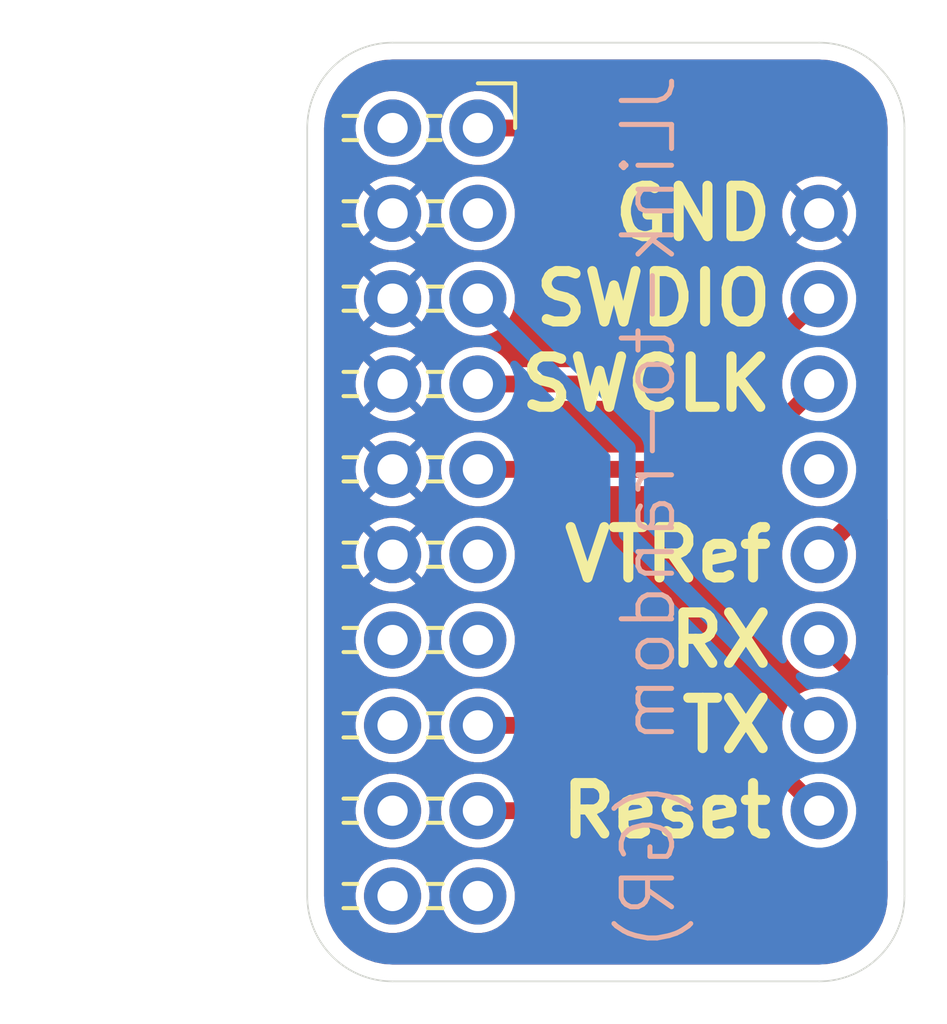
<source format=kicad_pcb>
(kicad_pcb (version 20241229) (generator "pcbnew") (generator_version "9.0")
  (layers (0 "F.Cu" signal) (2 "B.Cu" signal) (13 "F.Paste" user) (15 "B.Paste" user) (5 "F.SilkS" user "F.Silkscreen") (7 "B.SilkS" user "B.Silkscreen") (1 "F.Mask" user) (3 "B.Mask" user) (25 "Edge.Cuts" user))
  (net 0 "")
  (net 1 "/SWO")
  (net 2 "GND")
  (net 4 "/RESET")
  (net 6 "/SWCLK")
  (net 7 "/VTRef")
  (net 10 "/JL_TX")
  (net 13 "/SWDIO")
  (net 16 "/JL_RX")
  (footprint "Parts:PinSocket_2x10_P2.54mm_Horizontal" (layer "F.Cu") (at 50.8 50.8)
    (property "Reference" "J1" (hide yes))
    (property "Value" "Conn_02x10_Odd_Even")
    (fp_line (start -4 -0.36) (end -3.59 -0.36) (stroke (width 0.12)) (layer "F.SilkS"))
    (fp_line (start -4 0.36) (end -3.59 0.36) (stroke (width 0.12)) (layer "F.SilkS"))
    (fp_line (start -4 2.18) (end -3.59 2.18) (stroke (width 0.12)) (layer "F.SilkS"))
    (fp_line (start -4 2.9) (end -3.59 2.9) (stroke (width 0.12)) (layer "F.SilkS"))
    (fp_line (start -4 4.72) (end -3.59 4.72) (stroke (width 0.12)) (layer "F.SilkS"))
    (fp_line (start -4 5.44) (end -3.59 5.44) (stroke (width 0.12)) (layer "F.SilkS"))
    (fp_line (start -4 7.26) (end -3.59 7.26) (stroke (width 0.12)) (layer "F.SilkS"))
    (fp_line (start -4 7.98) (end -3.59 7.98) (stroke (width 0.12)) (layer "F.SilkS"))
    (fp_line (start -4 9.8) (end -3.59 9.8) (stroke (width 0.12)) (layer "F.SilkS"))
    (fp_line (start -4 10.52) (end -3.59 10.52) (stroke (width 0.12)) (layer "F.SilkS"))
    (fp_line (start -4 12.34) (end -3.59 12.34) (stroke (width 0.12)) (layer "F.SilkS"))
    (fp_line (start -4 13.06) (end -3.59 13.06) (stroke (width 0.12)) (layer "F.SilkS"))
    (fp_line (start -4 14.88) (end -3.59 14.88) (stroke (width 0.12)) (layer "F.SilkS"))
    (fp_line (start -4 15.6) (end -3.59 15.6) (stroke (width 0.12)) (layer "F.SilkS"))
    (fp_line (start -4 17.42) (end -3.59 17.42) (stroke (width 0.12)) (layer "F.SilkS"))
    (fp_line (start -4 18.14) (end -3.59 18.14) (stroke (width 0.12)) (layer "F.SilkS"))
    (fp_line (start -4 19.96) (end -3.59 19.96) (stroke (width 0.12)) (layer "F.SilkS"))
    (fp_line (start -4 20.68) (end -3.59 20.68) (stroke (width 0.12)) (layer "F.SilkS"))
    (fp_line (start -4 22.5) (end -3.59 22.5) (stroke (width 0.12)) (layer "F.SilkS"))
    (fp_line (start -4 23.22) (end -3.59 23.22) (stroke (width 0.12)) (layer "F.SilkS"))
    (fp_line (start -1.49 -0.36) (end -1.11 -0.36) (stroke (width 0.12)) (layer "F.SilkS"))
    (fp_line (start -1.49 0.36) (end -1.11 0.36) (stroke (width 0.12)) (layer "F.SilkS"))
    (fp_line (start -1.49 2.18) (end -1.05 2.18) (stroke (width 0.12)) (layer "F.SilkS"))
    (fp_line (start -1.49 2.9) (end -1.05 2.9) (stroke (width 0.12)) (layer "F.SilkS"))
    (fp_line (start -1.49 4.72) (end -1.05 4.72) (stroke (width 0.12)) (layer "F.SilkS"))
    (fp_line (start -1.49 5.44) (end -1.05 5.44) (stroke (width 0.12)) (layer "F.SilkS"))
    (fp_line (start -1.49 7.26) (end -1.05 7.26) (stroke (width 0.12)) (layer "F.SilkS"))
    (fp_line (start -1.49 7.98) (end -1.05 7.98) (stroke (width 0.12)) (layer "F.SilkS"))
    (fp_line (start -1.49 9.8) (end -1.05 9.8) (stroke (width 0.12)) (layer "F.SilkS"))
    (fp_line (start -1.49 10.52) (end -1.05 10.52) (stroke (width 0.12)) (layer "F.SilkS"))
    (fp_line (start -1.49 12.34) (end -1.05 12.34) (stroke (width 0.12)) (layer "F.SilkS"))
    (fp_line (start -1.49 13.06) (end -1.05 13.06) (stroke (width 0.12)) (layer "F.SilkS"))
    (fp_line (start -1.49 14.88) (end -1.05 14.88) (stroke (width 0.12)) (layer "F.SilkS"))
    (fp_line (start -1.49 15.6) (end -1.05 15.6) (stroke (width 0.12)) (layer "F.SilkS"))
    (fp_line (start -1.49 17.42) (end -1.05 17.42) (stroke (width 0.12)) (layer "F.SilkS"))
    (fp_line (start -1.49 18.14) (end -1.05 18.14) (stroke (width 0.12)) (layer "F.SilkS"))
    (fp_line (start -1.49 19.96) (end -1.05 19.96) (stroke (width 0.12)) (layer "F.SilkS"))
    (fp_line (start -1.49 20.68) (end -1.05 20.68) (stroke (width 0.12)) (layer "F.SilkS"))
    (fp_line (start -1.49 22.5) (end -1.05 22.5) (stroke (width 0.12)) (layer "F.SilkS"))
    (fp_line (start -1.49 23.22) (end -1.05 23.22) (stroke (width 0.12)) (layer "F.SilkS"))
    (fp_line (start 0 -1.33) (end 1.11 -1.33) (stroke (width 0.12)) (layer "F.SilkS"))
    (fp_line (start 1.11 -1.33) (end 1.11 0) (stroke (width 0.12)) (layer "F.SilkS"))
    (pad "1" thru_hole circle (at 0 0) (size 1.7 1.7) (drill 0.9) (layers "*.Cu" "*.Mask") (net 7 "/VTRef"))
    (pad "2" thru_hole circle (at -2.54 0) (size 1.7 1.7) (drill 0.9) (layers "*.Cu" "*.Mask"))
    (pad "3" thru_hole circle (at 0 2.54) (size 1.7 1.7) (drill 0.9) (layers "*.Cu" "*.Mask"))
    (pad "4" thru_hole circle (at -2.54 2.54) (size 1.7 1.7) (drill 0.9) (layers "*.Cu" "*.Mask") (net 2 "GND"))
    (pad "5" thru_hole circle (at 0 5.08) (size 1.7 1.7) (drill 0.9) (layers "*.Cu" "*.Mask") (net 10 "/JL_TX"))
    (pad "6" thru_hole circle (at -2.54 5.08) (size 1.7 1.7) (drill 0.9) (layers "*.Cu" "*.Mask") (net 2 "GND"))
    (pad "7" thru_hole circle (at 0 7.62) (size 1.7 1.7) (drill 0.9) (layers "*.Cu" "*.Mask") (net 13 "/SWDIO"))
    (pad "8" thru_hole circle (at -2.54 7.62) (size 1.7 1.7) (drill 0.9) (layers "*.Cu" "*.Mask") (net 2 "GND"))
    (pad "9" thru_hole circle (at 0 10.16) (size 1.7 1.7) (drill 0.9) (layers "*.Cu" "*.Mask") (net 6 "/SWCLK"))
    (pad "10" thru_hole circle (at -2.54 10.16) (size 1.7 1.7) (drill 0.9) (layers "*.Cu" "*.Mask") (net 2 "GND"))
    (pad "11" thru_hole circle (at 0 12.7) (size 1.7 1.7) (drill 0.9) (layers "*.Cu" "*.Mask"))
    (pad "12" thru_hole circle (at -2.54 12.7) (size 1.7 1.7) (drill 0.9) (layers "*.Cu" "*.Mask") (net 2 "GND"))
    (pad "13" thru_hole circle (at 0 15.24) (size 1.7 1.7) (drill 0.9) (layers "*.Cu" "*.Mask") (net 1 "/SWO"))
    (pad "14" thru_hole circle (at -2.54 15.24) (size 1.7 1.7) (drill 0.9) (layers "*.Cu" "*.Mask"))
    (pad "15" thru_hole circle (at 0 17.78) (size 1.7 1.7) (drill 0.9) (layers "*.Cu" "*.Mask") (net 4 "/RESET"))
    (pad "16" thru_hole circle (at -2.54 17.78) (size 1.7 1.7) (drill 0.9) (layers "*.Cu" "*.Mask"))
    (pad "17" thru_hole circle (at 0 20.32) (size 1.7 1.7) (drill 0.9) (layers "*.Cu" "*.Mask") (net 16 "/JL_RX"))
    (pad "18" thru_hole circle (at -2.54 20.32) (size 1.7 1.7) (drill 0.9) (layers "*.Cu" "*.Mask"))
    (pad "19" thru_hole circle (at 0 22.86) (size 1.7 1.7) (drill 0.9) (layers "*.Cu" "*.Mask"))
    (pad "20" thru_hole circle (at -2.54 22.86) (size 1.7 1.7) (drill 0.9) (layers "*.Cu" "*.Mask"))
  )
  (footprint "Parts:PinHeader_1x08_P2.54mm_Vertical" (layer "F.Cu") (at 60.96 71.12 180)
    (property "Reference" "J2" (hide yes))
    (property "Value" "Debug")
    (pad "1" thru_hole circle (at 0 0 180) (size 1.7 1.7) (drill 0.9) (layers "*.Cu" "*.Mask") (net 4 "/RESET"))
    (pad "2" thru_hole circle (at 0 2.54 180) (size 1.7 1.7) (drill 0.9) (layers "*.Cu" "*.Mask") (net 10 "/JL_TX"))
    (pad "3" thru_hole circle (at 0 5.08 180) (size 1.7 1.7) (drill 0.9) (layers "*.Cu" "*.Mask") (net 16 "/JL_RX"))
    (pad "4" thru_hole circle (at 0 7.62 180) (size 1.7 1.7) (drill 0.9) (layers "*.Cu" "*.Mask") (net 7 "/VTRef"))
    (pad "5" thru_hole circle (at 0 10.16 180) (size 1.7 1.7) (drill 0.9) (layers "*.Cu" "*.Mask"))
    (pad "6" thru_hole circle (at 0 12.7 180) (size 1.7 1.7) (drill 0.9) (layers "*.Cu" "*.Mask") (net 6 "/SWCLK"))
    (pad "7" thru_hole circle (at 0 15.24 180) (size 1.7 1.7) (drill 0.9) (layers "*.Cu" "*.Mask") (net 13 "/SWDIO"))
    (pad "8" thru_hole circle (at 0 17.78 180) (size 1.7 1.7) (drill 0.9) (layers "*.Cu" "*.Mask") (net 2 "GND"))
  )
  (gr_line (start 45.72 50.8) (end 45.72 73.66) (stroke (width 0.05)) (layer "Edge.Cuts"))
  (gr_line (start 48.26 76.2) (end 60.96 76.2) (stroke (width 0.05)) (layer "Edge.Cuts"))
  (gr_arc (start 48.26 76.2) (mid 46.463949 75.456051) (end 45.72 73.66) (stroke (width 0.05)) (layer "Edge.Cuts"))
  (gr_arc (start 45.72 50.8) (mid 46.463949 49.003949) (end 48.26 48.26) (stroke (width 0.05)) (layer "Edge.Cuts"))
  (gr_arc (start 60.96 48.26) (mid 62.756051 49.003949) (end 63.5 50.8) (stroke (width 0.05)) (layer "Edge.Cuts"))
  (gr_arc (start 63.5 73.66) (mid 62.756051 75.456051) (end 60.96 76.2) (stroke (width 0.05)) (layer "Edge.Cuts"))
  (gr_line (start 60.96 48.26) (end 48.26 48.26) (stroke (width 0.05)) (layer "Edge.Cuts"))
  (gr_line (start 63.5 73.66) (end 63.5 50.8) (stroke (width 0.05)) (layer "Edge.Cuts"))
  (gr_text "TX" (at 59.69 68.58 0) (layer "F.SilkS") (effects (font (size 1.5 1.5) (thickness 0.3)) (justify right)))
  (gr_text "RX" (at 59.69 66.04 0) (layer "F.SilkS") (effects (font (size 1.5 1.5) (thickness 0.3)) (justify right)))
  (gr_text "SWCLK" (at 59.69 58.42 0) (layer "F.SilkS") (effects (font (size 1.5 1.5) (thickness 0.3)) (justify right)))
  (gr_text "Reset\n" (at 59.69 71.12 0) (layer "F.SilkS") (effects (font (size 1.5 1.5) (thickness 0.3)) (justify right)))
  (gr_text "GND" (at 59.69 53.34 0) (layer "F.SilkS") (effects (font (size 1.5 1.5) (thickness 0.3)) (justify right)))
  (gr_text "SWDIO" (at 59.69 55.88 0) (layer "F.SilkS") (effects (font (size 1.5 1.5) (thickness 0.3)) (justify right)))
  (gr_text "VTRef" (at 59.69 63.5 0) (layer "F.SilkS") (effects (font (size 1.5 1.5) (thickness 0.3)) (justify right)))
  (gr_text "JLink-to-random (GR)" (at 55.88 62.23 90) (layer "B.SilkS") (effects (font (size 1.5 1.5)) (justify mirror)))
  (segment (start 58.42 68.58) (end 50.8 68.58) (width 0.5) (layer "F.Cu") (net 4))
  (segment (start 60.96 71.12) (end 61.07 71.12) (width 0.3) (layer "F.Cu") (net 4))
  (segment (start 60.96 71.12) (end 58.42 68.58) (width 0.5) (layer "F.Cu") (net 4))
  (segment (start 60.96 58.42) (end 60.9515 58.42) (width 0.5) (layer "F.Cu") (net 6))
  (segment (start 58.4115 60.96) (end 50.8 60.96) (width 0.5) (layer "F.Cu") (net 6))
  (segment (start 60.9515 58.42) (end 58.4115 60.96) (width 0.5) (layer "F.Cu") (net 6))
  (segment (start 62.484 61.976) (end 62.484 51.816) (width 0.5) (layer "F.Cu") (net 7))
  (segment (start 62.484 51.816) (end 61.468 50.8) (width 0.5) (layer "F.Cu") (net 7))
  (segment (start 61.468 50.8) (end 50.8 50.8) (width 0.5) (layer "F.Cu") (net 7))
  (segment (start 60.96 63.5) (end 62.484 61.976) (width 0.5) (layer "F.Cu") (net 7))
  (segment (start 60.96 68.58) (end 61.07 68.58) (width 0.3) (layer "F.Cu") (net 10))
  (segment (start 55.245 62.865) (end 55.245 61.976) (width 0.5) (layer "B.Cu") (net 10))
  (segment (start 60.96 68.58) (end 55.245 62.865) (width 0.5) (layer "B.Cu") (net 10))
  (segment (start 50.8 55.88) (end 55.245 60.325) (width 0.5) (layer "B.Cu") (net 10))
  (segment (start 55.245 60.325) (end 55.245 61.976) (width 0.5) (layer "B.Cu") (net 10))
  (segment (start 60.96 55.88) (end 58.42 58.42) (width 0.5) (layer "F.Cu") (net 13))
  (segment (start 60.96 55.88) (end 61.07 55.88) (width 0.4) (layer "F.Cu") (net 13))
  (segment (start 58.42 58.42) (end 50.8 58.42) (width 0.5) (layer "F.Cu") (net 13))
  (segment (start 62.484 67.564) (end 60.96 66.04) (width 0.5) (layer "F.Cu") (net 16))
  (segment (start 62.484 72.136) (end 62.484 67.564) (width 0.5) (layer "F.Cu") (net 16))
  (segment (start 50.8 71.12) (end 56.388 71.12) (width 0.5) (layer "F.Cu") (net 16))
  (segment (start 57.912 72.644) (end 61.976 72.644) (width 0.5) (layer "F.Cu") (net 16))
  (segment (start 56.388 71.12) (end 57.912 72.644) (width 0.5) (layer "F.Cu") (net 16))
  (segment (start 61.976 72.644) (end 62.484 72.136) (width 0.5) (layer "F.Cu") (net 16))
  (zone (net 2) (net_name "GND") (layers "F.Cu" "B.Cu") (name "Ground") (connect_pads (clearance 0.25)) (min_thickness 0.25) (fill yes (thermal_gap 0.25) (thermal_bridge_width 0.25))
    (polygon (pts (xy 43.18 46.99) (xy 64.77 46.99) (xy 64.77 77.47) (xy 43.18 77.47)))
  )
)
</source>
